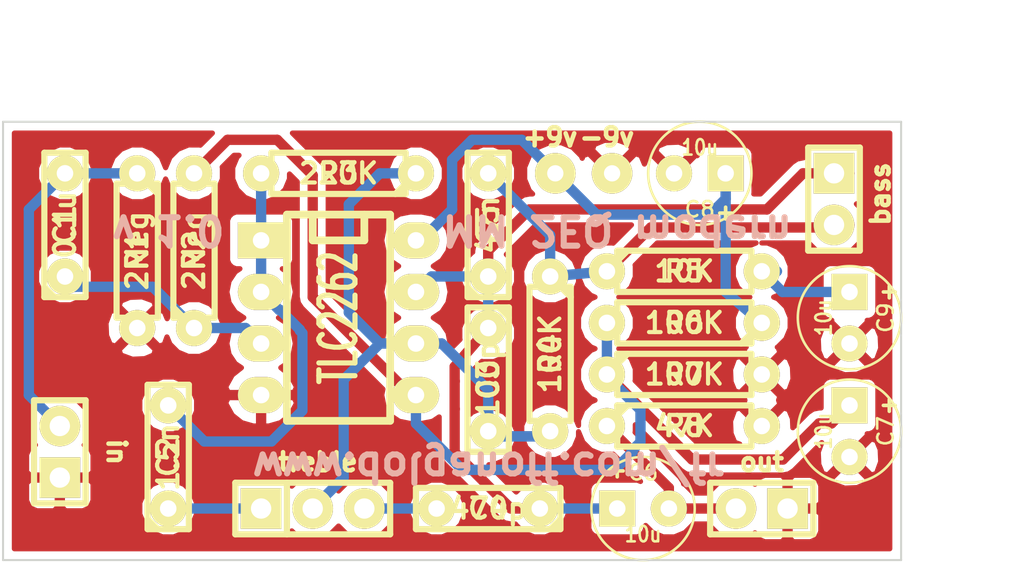
<source format=kicad_pcb>
(kicad_pcb (version 4) (host pcbnew "(2014-09-19 BZR 5142)-product")

  (general
    (links 40)
    (no_connects 0)
    (area 126.441999 42.621999 170.738001 64.312001)
    (thickness 1.6)
    (drawings 16)
    (tracks 109)
    (zones 0)
    (modules 24)
    (nets 14)
  )

  (page A4)
  (layers
    (0 F.Cu signal)
    (31 B.Cu signal)
    (32 B.Adhes user)
    (33 F.Adhes user)
    (34 B.Paste user hide)
    (35 F.Paste user hide)
    (36 B.SilkS user)
    (37 F.SilkS user)
    (38 B.Mask user)
    (39 F.Mask user)
    (40 Dwgs.User user)
    (41 Cmts.User user hide)
    (42 Eco1.User user hide)
    (43 Eco2.User user hide)
    (44 Edge.Cuts user)
    (45 Margin user hide)
    (46 B.CrtYd user hide)
    (47 F.CrtYd user hide)
    (48 B.Fab user hide)
    (49 F.Fab user hide)
  )

  (setup
    (last_trace_width 0.508)
    (trace_clearance 0.381)
    (zone_clearance 0.381)
    (zone_45_only no)
    (trace_min 0.254)
    (segment_width 0.2)
    (edge_width 0.1)
    (via_size 0.889)
    (via_drill 0.635)
    (via_min_size 0.889)
    (via_min_drill 0.508)
    (uvia_size 0.508)
    (uvia_drill 0.127)
    (uvias_allowed no)
    (uvia_min_size 0.508)
    (uvia_min_drill 0.127)
    (pcb_text_width 0.3)
    (pcb_text_size 1.5 1.5)
    (mod_edge_width 0.15)
    (mod_text_size 1 1)
    (mod_text_width 0.15)
    (pad_size 1.5 1.5)
    (pad_drill 0.6)
    (pad_to_mask_clearance 0)
    (aux_axis_origin 0 0)
    (visible_elements 7FFEFF7F)
    (pcbplotparams
      (layerselection 0x00020_00000000)
      (usegerberextensions false)
      (excludeedgelayer false)
      (linewidth 0.100000)
      (plotframeref false)
      (viasonmask false)
      (mode 1)
      (useauxorigin false)
      (hpglpennumber 1)
      (hpglpenspeed 20)
      (hpglpendiameter 15)
      (hpglpenoverlay 2)
      (psnegative false)
      (psa4output false)
      (plotreference true)
      (plotvalue false)
      (plotinvisibletext false)
      (padsonsilk true)
      (subtractmaskfromsilk false)
      (outputformat 4)
      (mirror false)
      (drillshape 2)
      (scaleselection 1)
      (outputdirectory ""))
  )

  (net 0 "")
  (net 1 "Net-(C1-Pad1)")
  (net 2 "Net-(C3-Pad1)")
  (net 3 "Net-(C3-Pad2)")
  (net 4 "Net-(C5-Pad2)")
  (net 5 ref)
  (net 6 GND)
  (net 7 +9V)
  (net 8 "Net-(C9-Pad1)")
  (net 9 "Net-(C1-Pad2)")
  (net 10 "Net-(C2-Pad1)")
  (net 11 "Net-(C4-Pad2)")
  (net 12 "Net-(C6-Pad2)")
  (net 13 "Net-(C2-Pad2)")

  (net_class Default "This is the default net class."
    (clearance 0.381)
    (trace_width 0.508)
    (via_dia 0.889)
    (via_drill 0.635)
    (uvia_dia 0.508)
    (uvia_drill 0.127)
    (add_net +9V)
    (add_net GND)
    (add_net "Net-(C1-Pad1)")
    (add_net "Net-(C1-Pad2)")
    (add_net "Net-(C2-Pad1)")
    (add_net "Net-(C2-Pad2)")
    (add_net "Net-(C3-Pad1)")
    (add_net "Net-(C3-Pad2)")
    (add_net "Net-(C4-Pad2)")
    (add_net "Net-(C5-Pad2)")
    (add_net "Net-(C6-Pad2)")
    (add_net "Net-(C9-Pad1)")
    (add_net ref)
  )

  (module Custom:R3-LARGE_PADS (layer F.Cu) (tedit 544816C3) (tstamp 547B5DAC)
    (at 160.02 57.658)
    (descr "Resitance 3 pas")
    (tags R)
    (path /547CA090)
    (autoplace_cost180 10)
    (fp_text reference R8 (at 0 0) (layer F.SilkS)
      (effects (font (size 1 1) (thickness 0.2032)))
    )
    (fp_text value 47K (at 0 0) (layer F.SilkS)
      (effects (font (size 1 1) (thickness 0.2032)))
    )
    (fp_line (start -3.81 0) (end -3.302 0) (layer F.SilkS) (width 0.3048))
    (fp_line (start 3.81 0) (end 3.302 0) (layer F.SilkS) (width 0.3048))
    (fp_line (start 3.302 0) (end 3.302 -1.016) (layer F.SilkS) (width 0.3048))
    (fp_line (start 3.302 -1.016) (end -3.302 -1.016) (layer F.SilkS) (width 0.3048))
    (fp_line (start -3.302 -1.016) (end -3.302 1.016) (layer F.SilkS) (width 0.3048))
    (fp_line (start -3.302 1.016) (end 3.302 1.016) (layer F.SilkS) (width 0.3048))
    (fp_line (start 3.302 1.016) (end 3.302 0) (layer F.SilkS) (width 0.3048))
    (fp_line (start -3.302 -0.508) (end -2.794 -1.016) (layer F.SilkS) (width 0.3048))
    (pad 1 thru_hole circle (at -3.81 0) (size 1.778 1.778) (drill 0.8128) (layers *.Cu *.Mask F.SilkS)
      (net 12 "Net-(C6-Pad2)"))
    (pad 2 thru_hole circle (at 3.81 0) (size 1.778 1.778) (drill 0.8128) (layers *.Cu *.Mask F.SilkS)
      (net 6 GND))
    (model discret/resistor.wrl
      (at (xyz 0 0 0))
      (scale (xyz 0.3 0.3 0.3))
      (rotate (xyz 0 0 0))
    )
  )

  (module Custom:R3-LARGE_PADS (layer F.Cu) (tedit 544816C3) (tstamp 547B50E7)
    (at 160.02 55.118)
    (descr "Resitance 3 pas")
    (tags R)
    (path /5449C50F)
    (autoplace_cost180 10)
    (fp_text reference R7 (at 0 0) (layer F.SilkS)
      (effects (font (size 1 1) (thickness 0.2032)))
    )
    (fp_text value 100K (at 0 0) (layer F.SilkS)
      (effects (font (size 1 1) (thickness 0.2032)))
    )
    (fp_line (start -3.81 0) (end -3.302 0) (layer F.SilkS) (width 0.3048))
    (fp_line (start 3.81 0) (end 3.302 0) (layer F.SilkS) (width 0.3048))
    (fp_line (start 3.302 0) (end 3.302 -1.016) (layer F.SilkS) (width 0.3048))
    (fp_line (start 3.302 -1.016) (end -3.302 -1.016) (layer F.SilkS) (width 0.3048))
    (fp_line (start -3.302 -1.016) (end -3.302 1.016) (layer F.SilkS) (width 0.3048))
    (fp_line (start -3.302 1.016) (end 3.302 1.016) (layer F.SilkS) (width 0.3048))
    (fp_line (start 3.302 1.016) (end 3.302 0) (layer F.SilkS) (width 0.3048))
    (fp_line (start -3.302 -0.508) (end -2.794 -1.016) (layer F.SilkS) (width 0.3048))
    (pad 1 thru_hole circle (at -3.81 0) (size 1.778 1.778) (drill 0.8128) (layers *.Cu *.Mask F.SilkS)
      (net 5 ref))
    (pad 2 thru_hole circle (at 3.81 0) (size 1.778 1.778) (drill 0.8128) (layers *.Cu *.Mask F.SilkS)
      (net 6 GND))
    (model discret/resistor.wrl
      (at (xyz 0 0 0))
      (scale (xyz 0.3 0.3 0.3))
      (rotate (xyz 0 0 0))
    )
  )

  (module Wire_Pads:SolderWirePad_single_0-8mmDrill (layer F.Cu) (tedit 547B888B) (tstamp 547B50ED)
    (at 156.464 45.212)
    (path /5449D96D)
    (fp_text reference P10 (at 4.826 -4.572) (layer F.SilkS) hide
      (effects (font (thickness 0.3048)))
    )
    (fp_text value Gnd (at 0 2.54) (layer F.SilkS) hide
      (effects (font (size 1.50114 1.50114) (thickness 0.20066)))
    )
    (pad 1 thru_hole circle (at 0 0) (size 1.99898 1.99898) (drill 0.8001) (layers *.Cu *.Mask F.SilkS)
      (net 6 GND))
  )

  (module Custom:SIL-2-LARGE_PADS (layer F.Cu) (tedit 547B88F3) (tstamp 547B5094)
    (at 163.83 61.722 180)
    (descr "Connecteurs 2 pins")
    (tags "CONN DEV")
    (path /547C2506)
    (fp_text reference P4 (at 0 -2.54 180) (layer F.SilkS) hide
      (effects (font (size 1.016 1.016) (thickness 0.254)))
    )
    (fp_text value Out (at 0 -2.54 180) (layer F.SilkS) hide
      (effects (font (size 1.016 1.016) (thickness 0.254)))
    )
    (fp_line (start -2.54 1.27) (end -2.54 -1.27) (layer F.SilkS) (width 0.3048))
    (fp_line (start -2.54 -1.27) (end 2.54 -1.27) (layer F.SilkS) (width 0.3048))
    (fp_line (start 2.54 -1.27) (end 2.54 1.27) (layer F.SilkS) (width 0.3048))
    (fp_line (start 2.54 1.27) (end -2.54 1.27) (layer F.SilkS) (width 0.3048))
    (pad 1 thru_hole rect (at -1.27 0 180) (size 2 2) (drill 1) (layers *.Cu *.Mask F.SilkS)
      (net 6 GND))
    (pad 2 thru_hole circle (at 1.27 0 180) (size 2 2) (drill 1) (layers *.Cu *.Mask F.SilkS)
      (net 12 "Net-(C6-Pad2)"))
  )

  (module Custom:SIL-2-LARGE_PADS (layer F.Cu) (tedit 547B89A1) (tstamp 547B50F4)
    (at 167.386 46.482 270)
    (descr "Connecteurs 2 pins")
    (tags "CONN DEV")
    (path /547C2B22)
    (fp_text reference P3 (at 0 -2.54 270) (layer F.SilkS) hide
      (effects (font (size 1.016 1.016) (thickness 0.254)))
    )
    (fp_text value Low (at 0 -2.54 270) (layer F.SilkS) hide
      (effects (font (size 1.016 1.016) (thickness 0.254)))
    )
    (fp_line (start -2.54 1.27) (end -2.54 -1.27) (layer F.SilkS) (width 0.3048))
    (fp_line (start -2.54 -1.27) (end 2.54 -1.27) (layer F.SilkS) (width 0.3048))
    (fp_line (start 2.54 -1.27) (end 2.54 1.27) (layer F.SilkS) (width 0.3048))
    (fp_line (start 2.54 1.27) (end -2.54 1.27) (layer F.SilkS) (width 0.3048))
    (pad 1 thru_hole rect (at -1.27 0 270) (size 2 2) (drill 1) (layers *.Cu *.Mask F.SilkS)
      (net 2 "Net-(C3-Pad1)"))
    (pad 2 thru_hole circle (at 1.27 0 270) (size 2 2) (drill 1) (layers *.Cu *.Mask F.SilkS)
      (net 4 "Net-(C5-Pad2)"))
  )

  (module Custom:SIL-3-LARGE_PADS (layer F.Cu) (tedit 547B8929) (tstamp 547B50FC)
    (at 141.732 61.722)
    (descr "Connecteur 3 pins")
    (tags "CONN DEV")
    (path /547C4BCD)
    (fp_text reference P2 (at 0 -2.54) (layer F.SilkS) hide
      (effects (font (size 1.016 1.016) (thickness 0.254)))
    )
    (fp_text value High (at 0 -2.54) (layer F.SilkS) hide
      (effects (font (size 1.016 1.016) (thickness 0.254)))
    )
    (fp_line (start -3.81 1.27) (end -3.81 -1.27) (layer F.SilkS) (width 0.3048))
    (fp_line (start -3.81 -1.27) (end 3.81 -1.27) (layer F.SilkS) (width 0.3048))
    (fp_line (start 3.81 -1.27) (end 3.81 1.27) (layer F.SilkS) (width 0.3048))
    (fp_line (start 3.81 1.27) (end -3.81 1.27) (layer F.SilkS) (width 0.3048))
    (fp_line (start -1.27 -1.27) (end -1.27 1.27) (layer F.SilkS) (width 0.3048))
    (pad 1 thru_hole rect (at -2.54 0) (size 2 2) (drill 1) (layers *.Cu *.Mask F.SilkS)
      (net 10 "Net-(C2-Pad1)"))
    (pad 2 thru_hole circle (at 0 0) (size 2 2) (drill 1) (layers *.Cu *.Mask F.SilkS)
      (net 3 "Net-(C3-Pad2)"))
    (pad 3 thru_hole circle (at 2.54 0) (size 2 2) (drill 1) (layers *.Cu *.Mask F.SilkS)
      (net 11 "Net-(C4-Pad2)"))
  )

  (module Custom:SIL-2-LARGE_PADS (layer F.Cu) (tedit 547B896C) (tstamp 547B5103)
    (at 129.286 58.928 90)
    (descr "Connecteurs 2 pins")
    (tags "CONN DEV")
    (path /547C07DC)
    (fp_text reference P1 (at 0 -2.54 90) (layer F.SilkS) hide
      (effects (font (size 1.016 1.016) (thickness 0.254)))
    )
    (fp_text value In (at 0 -2.54 90) (layer F.SilkS) hide
      (effects (font (size 1.016 1.016) (thickness 0.254)))
    )
    (fp_line (start -2.54 1.27) (end -2.54 -1.27) (layer F.SilkS) (width 0.3048))
    (fp_line (start -2.54 -1.27) (end 2.54 -1.27) (layer F.SilkS) (width 0.3048))
    (fp_line (start 2.54 -1.27) (end 2.54 1.27) (layer F.SilkS) (width 0.3048))
    (fp_line (start 2.54 1.27) (end -2.54 1.27) (layer F.SilkS) (width 0.3048))
    (pad 1 thru_hole rect (at -1.27 0 90) (size 2 2) (drill 1) (layers *.Cu *.Mask F.SilkS)
      (net 6 GND))
    (pad 2 thru_hole circle (at 1.27 0 90) (size 2 2) (drill 1) (layers *.Cu *.Mask F.SilkS)
      (net 9 "Net-(C1-Pad2)"))
  )

  (module Custom:C2-LARGE_PADS (layer F.Cu) (tedit 544816E5) (tstamp 547B507F)
    (at 129.54 47.752 90)
    (descr "Condensateur = 2 pas")
    (tags C)
    (path /547B986F)
    (fp_text reference C1 (at 0 0 90) (layer F.SilkS)
      (effects (font (size 1 1) (thickness 0.2032)))
    )
    (fp_text value 0.1u (at 0 0 90) (layer F.SilkS)
      (effects (font (size 1 1) (thickness 0.2032)))
    )
    (fp_line (start -3.556 -1.016) (end 3.556 -1.016) (layer F.SilkS) (width 0.3048))
    (fp_line (start 3.556 -1.016) (end 3.556 1.016) (layer F.SilkS) (width 0.3048))
    (fp_line (start 3.556 1.016) (end -3.556 1.016) (layer F.SilkS) (width 0.3048))
    (fp_line (start -3.556 1.016) (end -3.556 -1.016) (layer F.SilkS) (width 0.3048))
    (fp_line (start -3.556 -0.508) (end -3.048 -1.016) (layer F.SilkS) (width 0.3048))
    (pad 1 thru_hole circle (at -2.54 0 90) (size 1.778 1.778) (drill 0.8128) (layers *.Cu *.Mask F.SilkS)
      (net 1 "Net-(C1-Pad1)"))
    (pad 2 thru_hole circle (at 2.54 0 90) (size 1.778 1.778) (drill 0.8128) (layers *.Cu *.Mask F.SilkS)
      (net 9 "Net-(C1-Pad2)"))
    (model discret/capa_2pas_5x5mm.wrl
      (at (xyz 0 0 0))
      (scale (xyz 1 1 1))
      (rotate (xyz 0 0 0))
    )
  )

  (module Wire_Pads:SolderWirePad_single_0-8mmDrill (layer F.Cu) (tedit 547B8887) (tstamp 544A4F8E)
    (at 153.67 45.212)
    (path /5449D063)
    (fp_text reference P9 (at 2.54 -5.588) (layer F.SilkS) hide
      (effects (font (thickness 0.3048)))
    )
    (fp_text value +9V (at 0 2.54) (layer F.SilkS) hide
      (effects (font (size 1.50114 1.50114) (thickness 0.20066)))
    )
    (pad 1 thru_hole circle (at 0 0) (size 1.99898 1.99898) (drill 0.8001) (layers *.Cu *.Mask F.SilkS)
      (net 7 +9V))
  )

  (module Custom:DIP-8_LARGE_PADS (layer F.Cu) (tedit 547B8AA6) (tstamp 544983A6)
    (at 143.002 52.324 270)
    (descr "8 pins DIL package, elliptical pads")
    (tags DIL)
    (path /547B4B00)
    (fp_text reference U1 (at -6.35 0 360) (layer F.SilkS) hide
      (effects (font (size 1.778 1.143) (thickness 0.28575)))
    )
    (fp_text value TLC2262 (at 0 0 270) (layer F.SilkS)
      (effects (font (size 1.778 1.016) (thickness 0.3048)))
    )
    (fp_line (start -5.08 -1.27) (end -3.81 -1.27) (layer F.SilkS) (width 0.381))
    (fp_line (start -3.81 -1.27) (end -3.81 1.27) (layer F.SilkS) (width 0.381))
    (fp_line (start -3.81 1.27) (end -5.08 1.27) (layer F.SilkS) (width 0.381))
    (fp_line (start -5.08 -2.54) (end 5.08 -2.54) (layer F.SilkS) (width 0.381))
    (fp_line (start 5.08 -2.54) (end 5.08 2.54) (layer F.SilkS) (width 0.381))
    (fp_line (start 5.08 2.54) (end -5.08 2.54) (layer F.SilkS) (width 0.381))
    (fp_line (start -5.08 2.54) (end -5.08 -2.54) (layer F.SilkS) (width 0.381))
    (pad 1 thru_hole rect (at -3.81 3.81 270) (size 1.778 2.286) (drill 0.8128) (layers *.Cu *.Mask F.SilkS)
      (net 13 "Net-(C2-Pad2)"))
    (pad 2 thru_hole oval (at -1.27 3.81 270) (size 1.778 2.286) (drill 0.8128) (layers *.Cu *.Mask F.SilkS)
      (net 13 "Net-(C2-Pad2)"))
    (pad 3 thru_hole oval (at 1.27 3.81 270) (size 1.778 2.286) (drill 0.8128) (layers *.Cu *.Mask F.SilkS)
      (net 1 "Net-(C1-Pad1)"))
    (pad 4 thru_hole oval (at 3.81 3.81 270) (size 1.778 2.286) (drill 0.8128) (layers *.Cu *.Mask F.SilkS)
      (net 6 GND))
    (pad 5 thru_hole oval (at 3.81 -3.81 270) (size 1.778 2.286) (drill 0.8128) (layers *.Cu *.Mask F.SilkS)
      (net 5 ref))
    (pad 6 thru_hole oval (at 1.27 -3.81 270) (size 1.778 2.286) (drill 0.8128) (layers *.Cu *.Mask F.SilkS)
      (net 3 "Net-(C3-Pad2)"))
    (pad 7 thru_hole oval (at -1.27 -3.81 270) (size 1.778 2.286) (drill 0.8128) (layers *.Cu *.Mask F.SilkS)
      (net 2 "Net-(C3-Pad1)"))
    (pad 8 thru_hole oval (at -3.81 -3.81 270) (size 1.778 2.286) (drill 0.8128) (layers *.Cu *.Mask F.SilkS)
      (net 7 +9V))
    (model dil/dil_8.wrl
      (at (xyz 0 0 0))
      (scale (xyz 1 1 1))
      (rotate (xyz 0 0 0))
    )
  )

  (module Custom:R3-LARGE_PADS (layer F.Cu) (tedit 544816C3) (tstamp 5449839A)
    (at 160.02 52.578 180)
    (descr "Resitance 3 pas")
    (tags R)
    (path /5449C4D1)
    (autoplace_cost180 10)
    (fp_text reference R6 (at 0 0 180) (layer F.SilkS)
      (effects (font (size 1 1) (thickness 0.2032)))
    )
    (fp_text value 100K (at 0 0 180) (layer F.SilkS)
      (effects (font (size 1 1) (thickness 0.2032)))
    )
    (fp_line (start -3.81 0) (end -3.302 0) (layer F.SilkS) (width 0.3048))
    (fp_line (start 3.81 0) (end 3.302 0) (layer F.SilkS) (width 0.3048))
    (fp_line (start 3.302 0) (end 3.302 -1.016) (layer F.SilkS) (width 0.3048))
    (fp_line (start 3.302 -1.016) (end -3.302 -1.016) (layer F.SilkS) (width 0.3048))
    (fp_line (start -3.302 -1.016) (end -3.302 1.016) (layer F.SilkS) (width 0.3048))
    (fp_line (start -3.302 1.016) (end 3.302 1.016) (layer F.SilkS) (width 0.3048))
    (fp_line (start 3.302 1.016) (end 3.302 0) (layer F.SilkS) (width 0.3048))
    (fp_line (start -3.302 -0.508) (end -2.794 -1.016) (layer F.SilkS) (width 0.3048))
    (pad 1 thru_hole circle (at -3.81 0 180) (size 1.778 1.778) (drill 0.8128) (layers *.Cu *.Mask F.SilkS)
      (net 7 +9V))
    (pad 2 thru_hole circle (at 3.81 0 180) (size 1.778 1.778) (drill 0.8128) (layers *.Cu *.Mask F.SilkS)
      (net 5 ref))
    (model discret/resistor.wrl
      (at (xyz 0 0 0))
      (scale (xyz 0.3 0.3 0.3))
      (rotate (xyz 0 0 0))
    )
  )

  (module Custom:R3-LARGE_PADS (layer F.Cu) (tedit 544816C3) (tstamp 54498394)
    (at 160.02 50.038)
    (descr "Resitance 3 pas")
    (tags R)
    (path /54497A94)
    (autoplace_cost180 10)
    (fp_text reference R5 (at 0 0) (layer F.SilkS)
      (effects (font (size 1 1) (thickness 0.2032)))
    )
    (fp_text value 10K (at 0 0) (layer F.SilkS)
      (effects (font (size 1 1) (thickness 0.2032)))
    )
    (fp_line (start -3.81 0) (end -3.302 0) (layer F.SilkS) (width 0.3048))
    (fp_line (start 3.81 0) (end 3.302 0) (layer F.SilkS) (width 0.3048))
    (fp_line (start 3.302 0) (end 3.302 -1.016) (layer F.SilkS) (width 0.3048))
    (fp_line (start 3.302 -1.016) (end -3.302 -1.016) (layer F.SilkS) (width 0.3048))
    (fp_line (start -3.302 -1.016) (end -3.302 1.016) (layer F.SilkS) (width 0.3048))
    (fp_line (start -3.302 1.016) (end 3.302 1.016) (layer F.SilkS) (width 0.3048))
    (fp_line (start 3.302 1.016) (end 3.302 0) (layer F.SilkS) (width 0.3048))
    (fp_line (start -3.302 -0.508) (end -2.794 -1.016) (layer F.SilkS) (width 0.3048))
    (pad 1 thru_hole circle (at -3.81 0) (size 1.778 1.778) (drill 0.8128) (layers *.Cu *.Mask F.SilkS)
      (net 4 "Net-(C5-Pad2)"))
    (pad 2 thru_hole circle (at 3.81 0) (size 1.778 1.778) (drill 0.8128) (layers *.Cu *.Mask F.SilkS)
      (net 8 "Net-(C9-Pad1)"))
    (model discret/resistor.wrl
      (at (xyz 0 0 0))
      (scale (xyz 0.3 0.3 0.3))
      (rotate (xyz 0 0 0))
    )
  )

  (module Custom:R3-LARGE_PADS (layer F.Cu) (tedit 544816C3) (tstamp 5449838E)
    (at 153.416 54.102 270)
    (descr "Resitance 3 pas")
    (tags R)
    (path /544977F3)
    (autoplace_cost180 10)
    (fp_text reference R4 (at 0 0 270) (layer F.SilkS)
      (effects (font (size 1 1) (thickness 0.2032)))
    )
    (fp_text value 100K (at 0 0 270) (layer F.SilkS)
      (effects (font (size 1 1) (thickness 0.2032)))
    )
    (fp_line (start -3.81 0) (end -3.302 0) (layer F.SilkS) (width 0.3048))
    (fp_line (start 3.81 0) (end 3.302 0) (layer F.SilkS) (width 0.3048))
    (fp_line (start 3.302 0) (end 3.302 -1.016) (layer F.SilkS) (width 0.3048))
    (fp_line (start 3.302 -1.016) (end -3.302 -1.016) (layer F.SilkS) (width 0.3048))
    (fp_line (start -3.302 -1.016) (end -3.302 1.016) (layer F.SilkS) (width 0.3048))
    (fp_line (start -3.302 1.016) (end 3.302 1.016) (layer F.SilkS) (width 0.3048))
    (fp_line (start 3.302 1.016) (end 3.302 0) (layer F.SilkS) (width 0.3048))
    (fp_line (start -3.302 -0.508) (end -2.794 -1.016) (layer F.SilkS) (width 0.3048))
    (pad 1 thru_hole circle (at -3.81 0 270) (size 1.778 1.778) (drill 0.8128) (layers *.Cu *.Mask F.SilkS)
      (net 4 "Net-(C5-Pad2)"))
    (pad 2 thru_hole circle (at 3.81 0 270) (size 1.778 1.778) (drill 0.8128) (layers *.Cu *.Mask F.SilkS)
      (net 3 "Net-(C3-Pad2)"))
    (model discret/resistor.wrl
      (at (xyz 0 0 0))
      (scale (xyz 0.3 0.3 0.3))
      (rotate (xyz 0 0 0))
    )
  )

  (module Custom:R3-LARGE_PADS (layer F.Cu) (tedit 544816C3) (tstamp 54498388)
    (at 143.002 45.212 180)
    (descr "Resitance 3 pas")
    (tags R)
    (path /54496D20)
    (autoplace_cost180 10)
    (fp_text reference R3 (at 0 0 180) (layer F.SilkS)
      (effects (font (size 1 1) (thickness 0.2032)))
    )
    (fp_text value 220K (at 0 0 180) (layer F.SilkS)
      (effects (font (size 1 1) (thickness 0.2032)))
    )
    (fp_line (start -3.81 0) (end -3.302 0) (layer F.SilkS) (width 0.3048))
    (fp_line (start 3.81 0) (end 3.302 0) (layer F.SilkS) (width 0.3048))
    (fp_line (start 3.302 0) (end 3.302 -1.016) (layer F.SilkS) (width 0.3048))
    (fp_line (start 3.302 -1.016) (end -3.302 -1.016) (layer F.SilkS) (width 0.3048))
    (fp_line (start -3.302 -1.016) (end -3.302 1.016) (layer F.SilkS) (width 0.3048))
    (fp_line (start -3.302 1.016) (end 3.302 1.016) (layer F.SilkS) (width 0.3048))
    (fp_line (start 3.302 1.016) (end 3.302 0) (layer F.SilkS) (width 0.3048))
    (fp_line (start -3.302 -0.508) (end -2.794 -1.016) (layer F.SilkS) (width 0.3048))
    (pad 1 thru_hole circle (at -3.81 0 180) (size 1.778 1.778) (drill 0.8128) (layers *.Cu *.Mask F.SilkS)
      (net 3 "Net-(C3-Pad2)"))
    (pad 2 thru_hole circle (at 3.81 0 180) (size 1.778 1.778) (drill 0.8128) (layers *.Cu *.Mask F.SilkS)
      (net 13 "Net-(C2-Pad2)"))
    (model discret/resistor.wrl
      (at (xyz 0 0 0))
      (scale (xyz 0.3 0.3 0.3))
      (rotate (xyz 0 0 0))
    )
  )

  (module Custom:R3-LARGE_PADS (layer F.Cu) (tedit 544816C3) (tstamp 54498382)
    (at 135.89 49.022 90)
    (descr "Resitance 3 pas")
    (tags R)
    (path /547B91BA)
    (autoplace_cost180 10)
    (fp_text reference R2 (at 0 0 90) (layer F.SilkS)
      (effects (font (size 1 1) (thickness 0.2032)))
    )
    (fp_text value 2Meg (at 0 0 90) (layer F.SilkS)
      (effects (font (size 1 1) (thickness 0.2032)))
    )
    (fp_line (start -3.81 0) (end -3.302 0) (layer F.SilkS) (width 0.3048))
    (fp_line (start 3.81 0) (end 3.302 0) (layer F.SilkS) (width 0.3048))
    (fp_line (start 3.302 0) (end 3.302 -1.016) (layer F.SilkS) (width 0.3048))
    (fp_line (start 3.302 -1.016) (end -3.302 -1.016) (layer F.SilkS) (width 0.3048))
    (fp_line (start -3.302 -1.016) (end -3.302 1.016) (layer F.SilkS) (width 0.3048))
    (fp_line (start -3.302 1.016) (end 3.302 1.016) (layer F.SilkS) (width 0.3048))
    (fp_line (start 3.302 1.016) (end 3.302 0) (layer F.SilkS) (width 0.3048))
    (fp_line (start -3.302 -0.508) (end -2.794 -1.016) (layer F.SilkS) (width 0.3048))
    (pad 1 thru_hole circle (at -3.81 0 90) (size 1.778 1.778) (drill 0.8128) (layers *.Cu *.Mask F.SilkS)
      (net 1 "Net-(C1-Pad1)"))
    (pad 2 thru_hole circle (at 3.81 0 90) (size 1.778 1.778) (drill 0.8128) (layers *.Cu *.Mask F.SilkS)
      (net 5 ref))
    (model discret/resistor.wrl
      (at (xyz 0 0 0))
      (scale (xyz 0.3 0.3 0.3))
      (rotate (xyz 0 0 0))
    )
  )

  (module Custom:R3-LARGE_PADS (layer F.Cu) (tedit 544816C3) (tstamp 5449837C)
    (at 133.096 49.022 270)
    (descr "Resitance 3 pas")
    (tags R)
    (path /547B991E)
    (autoplace_cost180 10)
    (fp_text reference R1 (at 0 0 270) (layer F.SilkS)
      (effects (font (size 1 1) (thickness 0.2032)))
    )
    (fp_text value 2Meg (at 0 0 270) (layer F.SilkS)
      (effects (font (size 1 1) (thickness 0.2032)))
    )
    (fp_line (start -3.81 0) (end -3.302 0) (layer F.SilkS) (width 0.3048))
    (fp_line (start 3.81 0) (end 3.302 0) (layer F.SilkS) (width 0.3048))
    (fp_line (start 3.302 0) (end 3.302 -1.016) (layer F.SilkS) (width 0.3048))
    (fp_line (start 3.302 -1.016) (end -3.302 -1.016) (layer F.SilkS) (width 0.3048))
    (fp_line (start -3.302 -1.016) (end -3.302 1.016) (layer F.SilkS) (width 0.3048))
    (fp_line (start -3.302 1.016) (end 3.302 1.016) (layer F.SilkS) (width 0.3048))
    (fp_line (start 3.302 1.016) (end 3.302 0) (layer F.SilkS) (width 0.3048))
    (fp_line (start -3.302 -0.508) (end -2.794 -1.016) (layer F.SilkS) (width 0.3048))
    (pad 1 thru_hole circle (at -3.81 0 270) (size 1.778 1.778) (drill 0.8128) (layers *.Cu *.Mask F.SilkS)
      (net 9 "Net-(C1-Pad2)"))
    (pad 2 thru_hole circle (at 3.81 0 270) (size 1.778 1.778) (drill 0.8128) (layers *.Cu *.Mask F.SilkS)
      (net 6 GND))
    (model discret/resistor.wrl
      (at (xyz 0 0 0))
      (scale (xyz 0.3 0.3 0.3))
      (rotate (xyz 0 0 0))
    )
  )

  (module Custom:C1V5-LARGE_PADS (layer F.Cu) (tedit 545FB66B) (tstamp 54498376)
    (at 168.148 52.324 270)
    (descr "Condensateur e = 1 pas")
    (tags C)
    (path /54497AD6)
    (fp_text reference C9 (at 0 -1.778 270) (layer F.SilkS)
      (effects (font (size 0.762 0.762) (thickness 0.127)))
    )
    (fp_text value 10u (at 0 1.27 270) (layer F.SilkS)
      (effects (font (size 0.762 0.635) (thickness 0.127)))
    )
    (fp_text user + (at -1.27 -1.905 270) (layer F.SilkS)
      (effects (font (size 0.762 0.762) (thickness 0.1778)))
    )
    (fp_circle (center 0 0) (end 0.127 -2.54) (layer F.SilkS) (width 0.127))
    (pad 1 thru_hole rect (at -1.27 0 270) (size 1.778 1.778) (drill 0.8128) (layers *.Cu *.Mask F.SilkS)
      (net 8 "Net-(C9-Pad1)"))
    (pad 2 thru_hole circle (at 1.27 0 270) (size 1.778 1.778) (drill 0.8128) (layers *.Cu *.Mask F.SilkS)
      (net 6 GND))
    (model discret/c_vert_c1v5.wrl
      (at (xyz 0 0 0))
      (scale (xyz 1 1 1))
      (rotate (xyz 0 0 0))
    )
  )

  (module Custom:C1V5-LARGE_PADS (layer F.Cu) (tedit 545FB66B) (tstamp 54498370)
    (at 160.782 45.212 180)
    (descr "Condensateur e = 1 pas")
    (tags C)
    (path /5449C586)
    (fp_text reference C8 (at 0 -1.778 180) (layer F.SilkS)
      (effects (font (size 0.762 0.762) (thickness 0.127)))
    )
    (fp_text value 10u (at 0 1.27 180) (layer F.SilkS)
      (effects (font (size 0.762 0.635) (thickness 0.127)))
    )
    (fp_text user + (at -1.27 -1.905 180) (layer F.SilkS)
      (effects (font (size 0.762 0.762) (thickness 0.1778)))
    )
    (fp_circle (center 0 0) (end 0.127 -2.54) (layer F.SilkS) (width 0.127))
    (pad 1 thru_hole rect (at -1.27 0 180) (size 1.778 1.778) (drill 0.8128) (layers *.Cu *.Mask F.SilkS)
      (net 7 +9V))
    (pad 2 thru_hole circle (at 1.27 0 180) (size 1.778 1.778) (drill 0.8128) (layers *.Cu *.Mask F.SilkS)
      (net 6 GND))
    (model discret/c_vert_c1v5.wrl
      (at (xyz 0 0 0))
      (scale (xyz 1 1 1))
      (rotate (xyz 0 0 0))
    )
  )

  (module Custom:C1V5-LARGE_PADS (layer F.Cu) (tedit 545FB66B) (tstamp 547B5116)
    (at 168.148 57.912 270)
    (descr "Condensateur e = 1 pas")
    (tags C)
    (path /5449C54A)
    (fp_text reference C7 (at 0 -1.778 270) (layer F.SilkS)
      (effects (font (size 0.762 0.762) (thickness 0.127)))
    )
    (fp_text value 10u (at 0 1.27 270) (layer F.SilkS)
      (effects (font (size 0.762 0.635) (thickness 0.127)))
    )
    (fp_text user + (at -1.27 -1.905 270) (layer F.SilkS)
      (effects (font (size 0.762 0.762) (thickness 0.1778)))
    )
    (fp_circle (center 0 0) (end 0.127 -2.54) (layer F.SilkS) (width 0.127))
    (pad 1 thru_hole rect (at -1.27 0 270) (size 1.778 1.778) (drill 0.8128) (layers *.Cu *.Mask F.SilkS)
      (net 5 ref))
    (pad 2 thru_hole circle (at 1.27 0 270) (size 1.778 1.778) (drill 0.8128) (layers *.Cu *.Mask F.SilkS)
      (net 6 GND))
    (model discret/c_vert_c1v5.wrl
      (at (xyz 0 0 0))
      (scale (xyz 1 1 1))
      (rotate (xyz 0 0 0))
    )
  )

  (module Custom:C1V5-LARGE_PADS (layer F.Cu) (tedit 545FB66B) (tstamp 54498364)
    (at 157.988 61.722)
    (descr "Condensateur e = 1 pas")
    (tags C)
    (path /54496FDD)
    (fp_text reference C6 (at 0 -1.778) (layer F.SilkS)
      (effects (font (size 0.762 0.762) (thickness 0.127)))
    )
    (fp_text value 10u (at 0 1.27) (layer F.SilkS)
      (effects (font (size 0.762 0.635) (thickness 0.127)))
    )
    (fp_text user + (at -1.27 -1.905) (layer F.SilkS)
      (effects (font (size 0.762 0.762) (thickness 0.1778)))
    )
    (fp_circle (center 0 0) (end 0.127 -2.54) (layer F.SilkS) (width 0.127))
    (pad 1 thru_hole rect (at -1.27 0) (size 1.778 1.778) (drill 0.8128) (layers *.Cu *.Mask F.SilkS)
      (net 2 "Net-(C3-Pad1)"))
    (pad 2 thru_hole circle (at 1.27 0) (size 1.778 1.778) (drill 0.8128) (layers *.Cu *.Mask F.SilkS)
      (net 12 "Net-(C6-Pad2)"))
    (model discret/c_vert_c1v5.wrl
      (at (xyz 0 0 0))
      (scale (xyz 1 1 1))
      (rotate (xyz 0 0 0))
    )
  )

  (module Custom:C2-LARGE_PADS (layer F.Cu) (tedit 544816E5) (tstamp 5449835E)
    (at 150.368 47.752 90)
    (descr "Condensateur = 2 pas")
    (tags C)
    (path /54496E83)
    (fp_text reference C5 (at 0 0 90) (layer F.SilkS)
      (effects (font (size 1 1) (thickness 0.2032)))
    )
    (fp_text value 47n (at 0 0 90) (layer F.SilkS)
      (effects (font (size 1 1) (thickness 0.2032)))
    )
    (fp_line (start -3.556 -1.016) (end 3.556 -1.016) (layer F.SilkS) (width 0.3048))
    (fp_line (start 3.556 -1.016) (end 3.556 1.016) (layer F.SilkS) (width 0.3048))
    (fp_line (start 3.556 1.016) (end -3.556 1.016) (layer F.SilkS) (width 0.3048))
    (fp_line (start -3.556 1.016) (end -3.556 -1.016) (layer F.SilkS) (width 0.3048))
    (fp_line (start -3.556 -0.508) (end -3.048 -1.016) (layer F.SilkS) (width 0.3048))
    (pad 1 thru_hole circle (at -2.54 0 90) (size 1.778 1.778) (drill 0.8128) (layers *.Cu *.Mask F.SilkS)
      (net 2 "Net-(C3-Pad1)"))
    (pad 2 thru_hole circle (at 2.54 0 90) (size 1.778 1.778) (drill 0.8128) (layers *.Cu *.Mask F.SilkS)
      (net 4 "Net-(C5-Pad2)"))
    (model discret/capa_2pas_5x5mm.wrl
      (at (xyz 0 0 0))
      (scale (xyz 1 1 1))
      (rotate (xyz 0 0 0))
    )
  )

  (module Custom:C2-LARGE_PADS (layer F.Cu) (tedit 544816E5) (tstamp 544A5383)
    (at 150.368 61.722 180)
    (descr "Condensateur = 2 pas")
    (tags C)
    (path /54496F42)
    (fp_text reference C4 (at 0 0 180) (layer F.SilkS)
      (effects (font (size 1 1) (thickness 0.2032)))
    )
    (fp_text value 470p (at 0 0 180) (layer F.SilkS)
      (effects (font (size 1 1) (thickness 0.2032)))
    )
    (fp_line (start -3.556 -1.016) (end 3.556 -1.016) (layer F.SilkS) (width 0.3048))
    (fp_line (start 3.556 -1.016) (end 3.556 1.016) (layer F.SilkS) (width 0.3048))
    (fp_line (start 3.556 1.016) (end -3.556 1.016) (layer F.SilkS) (width 0.3048))
    (fp_line (start -3.556 1.016) (end -3.556 -1.016) (layer F.SilkS) (width 0.3048))
    (fp_line (start -3.556 -0.508) (end -3.048 -1.016) (layer F.SilkS) (width 0.3048))
    (pad 1 thru_hole circle (at -2.54 0 180) (size 1.778 1.778) (drill 0.8128) (layers *.Cu *.Mask F.SilkS)
      (net 2 "Net-(C3-Pad1)"))
    (pad 2 thru_hole circle (at 2.54 0 180) (size 1.778 1.778) (drill 0.8128) (layers *.Cu *.Mask F.SilkS)
      (net 11 "Net-(C4-Pad2)"))
    (model discret/capa_2pas_5x5mm.wrl
      (at (xyz 0 0 0))
      (scale (xyz 1 1 1))
      (rotate (xyz 0 0 0))
    )
  )

  (module Custom:C2-LARGE_PADS (layer F.Cu) (tedit 544816E5) (tstamp 54498352)
    (at 150.368 55.372 270)
    (descr "Condensateur = 2 pas")
    (tags C)
    (path /54496DEE)
    (fp_text reference C3 (at 0 0 270) (layer F.SilkS)
      (effects (font (size 1 1) (thickness 0.2032)))
    )
    (fp_text value 100p (at 0 0 270) (layer F.SilkS)
      (effects (font (size 1 1) (thickness 0.2032)))
    )
    (fp_line (start -3.556 -1.016) (end 3.556 -1.016) (layer F.SilkS) (width 0.3048))
    (fp_line (start 3.556 -1.016) (end 3.556 1.016) (layer F.SilkS) (width 0.3048))
    (fp_line (start 3.556 1.016) (end -3.556 1.016) (layer F.SilkS) (width 0.3048))
    (fp_line (start -3.556 1.016) (end -3.556 -1.016) (layer F.SilkS) (width 0.3048))
    (fp_line (start -3.556 -0.508) (end -3.048 -1.016) (layer F.SilkS) (width 0.3048))
    (pad 1 thru_hole circle (at -2.54 0 270) (size 1.778 1.778) (drill 0.8128) (layers *.Cu *.Mask F.SilkS)
      (net 2 "Net-(C3-Pad1)"))
    (pad 2 thru_hole circle (at 2.54 0 270) (size 1.778 1.778) (drill 0.8128) (layers *.Cu *.Mask F.SilkS)
      (net 3 "Net-(C3-Pad2)"))
    (model discret/capa_2pas_5x5mm.wrl
      (at (xyz 0 0 0))
      (scale (xyz 1 1 1))
      (rotate (xyz 0 0 0))
    )
  )

  (module Custom:C2-LARGE_PADS (layer F.Cu) (tedit 544816E5) (tstamp 5449834C)
    (at 134.62 59.182 90)
    (descr "Condensateur = 2 pas")
    (tags C)
    (path /54496F0A)
    (fp_text reference C2 (at 0 0 90) (layer F.SilkS)
      (effects (font (size 1 1) (thickness 0.2032)))
    )
    (fp_text value 1.5n (at 0 0 90) (layer F.SilkS)
      (effects (font (size 1 1) (thickness 0.2032)))
    )
    (fp_line (start -3.556 -1.016) (end 3.556 -1.016) (layer F.SilkS) (width 0.3048))
    (fp_line (start 3.556 -1.016) (end 3.556 1.016) (layer F.SilkS) (width 0.3048))
    (fp_line (start 3.556 1.016) (end -3.556 1.016) (layer F.SilkS) (width 0.3048))
    (fp_line (start -3.556 1.016) (end -3.556 -1.016) (layer F.SilkS) (width 0.3048))
    (fp_line (start -3.556 -0.508) (end -3.048 -1.016) (layer F.SilkS) (width 0.3048))
    (pad 1 thru_hole circle (at -2.54 0 90) (size 1.778 1.778) (drill 0.8128) (layers *.Cu *.Mask F.SilkS)
      (net 10 "Net-(C2-Pad1)"))
    (pad 2 thru_hole circle (at 2.54 0 90) (size 1.778 1.778) (drill 0.8128) (layers *.Cu *.Mask F.SilkS)
      (net 13 "Net-(C2-Pad2)"))
    (model discret/capa_2pas_5x5mm.wrl
      (at (xyz 0 0 0))
      (scale (xyz 1 1 1))
      (rotate (xyz 0 0 0))
    )
  )

  (gr_text "v 1.0" (at 134.62 48.006 180) (layer B.SilkS)
    (effects (font (size 1.4 1.4) (thickness 0.3)) (justify mirror))
  )
  (gr_text www.dolganoff.com/fr (at 150.368 59.69 180) (layer B.SilkS)
    (effects (font (size 1.4 1.4) (thickness 0.3)) (justify mirror))
  )
  (dimension 21.59 (width 0.3) (layer Dwgs.User)
    (gr_text "21,590 mm" (at 174.07 53.467 270) (layer Dwgs.User)
      (effects (font (size 1.5 1.5) (thickness 0.3)))
    )
    (feature1 (pts (xy 171.196 64.262) (xy 175.42 64.262)))
    (feature2 (pts (xy 171.196 42.672) (xy 175.42 42.672)))
    (crossbar (pts (xy 172.72 42.672) (xy 172.72 64.262)))
    (arrow1a (pts (xy 172.72 64.262) (xy 172.133579 63.135496)))
    (arrow1b (pts (xy 172.72 64.262) (xy 173.306421 63.135496)))
    (arrow2a (pts (xy 172.72 42.672) (xy 172.133579 43.798504)))
    (arrow2b (pts (xy 172.72 42.672) (xy 173.306421 43.798504)))
  )
  (dimension 44.196 (width 0.3) (layer Dwgs.User)
    (gr_text "44,196 mm" (at 148.59 40.052) (layer Dwgs.User)
      (effects (font (size 1.5 1.5) (thickness 0.3)))
    )
    (feature1 (pts (xy 170.688 42.164) (xy 170.688 38.702)))
    (feature2 (pts (xy 126.492 42.164) (xy 126.492 38.702)))
    (crossbar (pts (xy 126.492 41.402) (xy 170.688 41.402)))
    (arrow1a (pts (xy 170.688 41.402) (xy 169.561496 41.988421)))
    (arrow1b (pts (xy 170.688 41.402) (xy 169.561496 40.815579)))
    (arrow2a (pts (xy 126.492 41.402) (xy 127.618504 41.988421)))
    (arrow2b (pts (xy 126.492 41.402) (xy 127.618504 40.815579)))
  )
  (dimension 44.196 (width 0.3) (layer Dwgs.User) (tstamp 547EC8DE)
    (gr_text "1,7400 in" (at 148.59 38.528) (layer Dwgs.User) (tstamp 547EC8DF)
      (effects (font (size 1.5 1.5) (thickness 0.3)))
    )
    (feature1 (pts (xy 170.688 40.64) (xy 170.688 37.178)))
    (feature2 (pts (xy 126.492 40.64) (xy 126.492 37.178)))
    (crossbar (pts (xy 126.492 39.878) (xy 170.688 39.878)))
    (arrow1a (pts (xy 170.688 39.878) (xy 169.561496 40.464421)))
    (arrow1b (pts (xy 170.688 39.878) (xy 169.561496 39.291579)))
    (arrow2a (pts (xy 126.492 39.878) (xy 127.618504 40.464421)))
    (arrow2b (pts (xy 126.492 39.878) (xy 127.618504 39.291579)))
  )
  (gr_text bass (at 169.672 46.228 90) (layer F.SilkS)
    (effects (font (size 0.889 0.889) (thickness 0.22225)))
  )
  (gr_text treble (at 141.986 59.436) (layer F.SilkS)
    (effects (font (size 0.889 0.889) (thickness 0.22225)))
  )
  (gr_line (start 126.492 42.672) (end 170.688 42.672) (angle 90) (layer Edge.Cuts) (width 0.1))
  (gr_line (start 126.492 64.262) (end 126.492 42.672) (angle 90) (layer Edge.Cuts) (width 0.1))
  (gr_line (start 170.688 64.262) (end 126.492 64.262) (angle 90) (layer Edge.Cuts) (width 0.1))
  (gr_line (start 170.688 42.672) (end 170.688 64.262) (angle 90) (layer Edge.Cuts) (width 0.1))
  (gr_text "MM 2EQ modern" (at 156.718 48.006 180) (layer B.SilkS)
    (effects (font (size 1.4 1.4) (thickness 0.3)) (justify mirror))
  )
  (gr_text out (at 163.83 59.436) (layer F.SilkS)
    (effects (font (size 0.889 0.889) (thickness 0.22225)))
  )
  (gr_text in (at 132.08 58.928 270) (layer F.SilkS)
    (effects (font (size 0.889 0.889) (thickness 0.22225)))
  )
  (gr_text -9v (at 156.21 43.434) (layer F.SilkS)
    (effects (font (size 0.889 0.889) (thickness 0.22225)))
  )
  (gr_text +9v (at 153.416 43.434) (layer F.SilkS)
    (effects (font (size 0.889 0.889) (thickness 0.22225)))
  )

  (segment (start 130.048 50.8) (end 133.858 50.8) (width 0.508) (layer B.Cu) (net 1))
  (segment (start 133.858 50.8) (end 135.89 52.832) (width 0.508) (layer B.Cu) (net 1))
  (segment (start 130.048 50.8) (end 129.54 50.292) (width 0.508) (layer B.Cu) (net 1) (tstamp 547B5BEB))
  (segment (start 139.192 53.594) (end 138.43 52.832) (width 0.508) (layer B.Cu) (net 1))
  (segment (start 138.43 52.832) (end 135.89 52.832) (width 0.508) (layer B.Cu) (net 1) (tstamp 547B55EC))
  (segment (start 168.148 45.212) (end 165.862 45.212) (width 0.508) (layer F.Cu) (net 2))
  (segment (start 165.862 45.212) (end 164.08401 46.98999) (width 0.508) (layer F.Cu) (net 2))
  (segment (start 164.08401 46.98999) (end 152.40001 46.98999) (width 0.508) (layer F.Cu) (net 2))
  (segment (start 152.40001 46.98999) (end 150.368 49.022) (width 0.508) (layer F.Cu) (net 2))
  (segment (start 150.368 49.022) (end 150.368 50.292) (width 0.508) (layer F.Cu) (net 2))
  (segment (start 152.908 61.722) (end 151.480518 61.722) (width 0.508) (layer F.Cu) (net 2))
  (segment (start 151.480518 61.722) (end 148.716999 58.958481) (width 0.508) (layer F.Cu) (net 2))
  (segment (start 148.716999 58.958481) (end 148.716999 56.817881) (width 0.508) (layer F.Cu) (net 2))
  (segment (start 148.716999 56.817881) (end 148.71701 56.81787) (width 0.508) (layer F.Cu) (net 2))
  (segment (start 148.71701 56.81787) (end 148.71701 55.45013) (width 0.508) (layer F.Cu) (net 2))
  (segment (start 148.71701 55.45013) (end 148.716999 55.450119) (width 0.508) (layer F.Cu) (net 2))
  (segment (start 148.716999 55.450119) (end 148.716999 54.737001) (width 0.508) (layer F.Cu) (net 2))
  (segment (start 148.716999 54.737001) (end 150.368 52.832) (width 0.508) (layer F.Cu) (net 2) (status 20))
  (segment (start 152.908 61.722) (end 156.718 61.722) (width 0.508) (layer B.Cu) (net 2) (status 20))
  (segment (start 147.574 50.292) (end 146.812 51.054) (width 0.508) (layer B.Cu) (net 2))
  (segment (start 150.368 50.292) (end 147.574 50.292) (width 0.508) (layer B.Cu) (net 2))
  (segment (start 150.368 52.832) (end 150.368 50.292) (width 0.508) (layer B.Cu) (net 2) (status 10))
  (segment (start 152.174966 58.166) (end 151.786379 58.166) (width 0.508) (layer B.Cu) (net 3))
  (segment (start 152.174966 58.166) (end 152.654 58.166) (width 0.508) (layer B.Cu) (net 3))
  (segment (start 152.654 58.166) (end 151.786379 58.166) (width 0.508) (layer B.Cu) (net 3))
  (segment (start 150.622 58.166) (end 152.174966 58.166) (width 0.508) (layer B.Cu) (net 3))
  (segment (start 151.786379 58.166) (end 150.622 58.166) (width 0.508) (layer B.Cu) (net 3))
  (segment (start 153.416 57.912) (end 152.654 58.166) (width 0.508) (layer B.Cu) (net 3))
  (segment (start 150.622 58.166) (end 150.368 57.912) (width 0.508) (layer B.Cu) (net 3))
  (segment (start 146.812 45.212) (end 145.034 45.212) (width 0.508) (layer B.Cu) (net 3))
  (segment (start 143.51 52.07) (end 145.034 53.594) (width 0.508) (layer B.Cu) (net 3) (tstamp 547B5A1C))
  (segment (start 143.51 46.736) (end 143.51 52.07) (width 0.508) (layer B.Cu) (net 3) (tstamp 547B5A1B))
  (segment (start 145.034 45.212) (end 143.51 46.736) (width 0.508) (layer B.Cu) (net 3) (tstamp 547B5A1A))
  (segment (start 145.034 53.594) (end 146.812 53.594) (width 0.508) (layer B.Cu) (net 3) (tstamp 547B5A1D))
  (segment (start 150.368 57.912) (end 150.368 55.88) (width 0.508) (layer B.Cu) (net 3) (status 10))
  (segment (start 148.082 53.594) (end 146.812 53.594) (width 0.508) (layer B.Cu) (net 3) (tstamp 547B5A03))
  (segment (start 150.368 55.88) (end 148.082 53.594) (width 0.508) (layer B.Cu) (net 3) (tstamp 547B5A01))
  (segment (start 141.732 61.722) (end 143.256 60.198) (width 0.508) (layer B.Cu) (net 3))
  (segment (start 145.034 53.594) (end 146.812 53.594) (width 0.508) (layer B.Cu) (net 3) (tstamp 547B56C2))
  (segment (start 143.256 55.372) (end 145.034 53.594) (width 0.508) (layer B.Cu) (net 3) (tstamp 547B56C0))
  (segment (start 143.256 60.198) (end 143.256 55.372) (width 0.508) (layer B.Cu) (net 3) (tstamp 547B56BA))
  (segment (start 168.148 47.752) (end 166.733787 47.752) (width 0.508) (layer F.Cu) (net 4))
  (segment (start 166.733787 47.752) (end 166.606787 47.879) (width 0.508) (layer F.Cu) (net 4))
  (segment (start 157.098999 49.149001) (end 156.21 50.038) (width 0.508) (layer F.Cu) (net 4))
  (segment (start 166.606787 47.879) (end 158.369 47.879) (width 0.508) (layer F.Cu) (net 4))
  (segment (start 158.369 47.879) (end 157.098999 49.149001) (width 0.508) (layer F.Cu) (net 4))
  (segment (start 156.21 50.038) (end 153.416 50.292) (width 0.508) (layer B.Cu) (net 4) (status 10))
  (segment (start 153.416 50.292) (end 153.416 48.26) (width 0.508) (layer B.Cu) (net 4) (status 10))
  (segment (start 153.416 48.26) (end 150.368 45.212) (width 0.508) (layer B.Cu) (net 4) (tstamp 547B5A16))
  (segment (start 168.148 56.642) (end 167.259001 57.530999) (width 0.508) (layer F.Cu) (net 5))
  (segment (start 167.259001 57.530999) (end 166.649399 57.530999) (width 0.508) (layer F.Cu) (net 5))
  (segment (start 166.649399 57.530999) (end 164.871397 59.309001) (width 0.508) (layer F.Cu) (net 5))
  (segment (start 164.871397 59.309001) (end 160.401001 59.309001) (width 0.508) (layer F.Cu) (net 5))
  (segment (start 160.401001 59.309001) (end 157.098999 56.006999) (width 0.508) (layer F.Cu) (net 5))
  (segment (start 157.098999 56.006999) (end 156.21 55.118) (width 0.508) (layer F.Cu) (net 5))
  (segment (start 146.812 56.134) (end 146.558 56.134) (width 0.508) (layer F.Cu) (net 5))
  (segment (start 146.558 56.134) (end 141.732 51.308) (width 0.508) (layer F.Cu) (net 5))
  (segment (start 141.732 51.308) (end 141.732 45.308518) (width 0.508) (layer F.Cu) (net 5))
  (segment (start 141.732 45.308518) (end 139.984481 43.560999) (width 0.508) (layer F.Cu) (net 5))
  (segment (start 139.984481 43.560999) (end 137.541001 43.560999) (width 0.508) (layer F.Cu) (net 5))
  (segment (start 137.541001 43.560999) (end 136.778999 44.323001) (width 0.508) (layer F.Cu) (net 5))
  (segment (start 136.778999 44.323001) (end 135.89 45.212) (width 0.508) (layer F.Cu) (net 5))
  (segment (start 146.812 56.134) (end 146.812 57.531) (width 0.508) (layer B.Cu) (net 5))
  (segment (start 146.812 57.531) (end 149.098001 59.817001) (width 0.508) (layer B.Cu) (net 5))
  (segment (start 149.098001 59.817001) (end 156.590999 59.817001) (width 0.508) (layer B.Cu) (net 5))
  (segment (start 156.590999 59.817001) (end 157.48 58.928) (width 0.508) (layer B.Cu) (net 5))
  (segment (start 157.48 58.928) (end 157.431741 58.879741) (width 0.508) (layer B.Cu) (net 5))
  (segment (start 157.431741 58.879741) (end 157.861001 58.450481) (width 0.508) (layer B.Cu) (net 5))
  (segment (start 157.861001 58.450481) (end 157.861001 56.865519) (width 0.508) (layer B.Cu) (net 5))
  (segment (start 157.861001 56.865519) (end 156.367482 55.372) (width 0.508) (layer B.Cu) (net 5))
  (segment (start 156.367482 55.372) (end 156.21 55.372) (width 0.508) (layer B.Cu) (net 5))
  (segment (start 156.21 55.372) (end 156.21 55.118) (width 0.508) (layer B.Cu) (net 5))
  (segment (start 156.21 55.118) (end 156.21 52.578) (width 0.508) (layer B.Cu) (net 5) (status 10))
  (segment (start 152.018999 43.560999) (end 153.67 45.212) (width 0.508) (layer B.Cu) (net 7))
  (segment (start 149.575519 43.560999) (end 152.018999 43.560999) (width 0.508) (layer B.Cu) (net 7))
  (segment (start 148.59 44.546518) (end 149.575519 43.560999) (width 0.508) (layer B.Cu) (net 7))
  (segment (start 148.59 46.99) (end 148.59 44.546518) (width 0.508) (layer B.Cu) (net 7))
  (segment (start 147.066 48.514) (end 148.59 46.99) (width 0.508) (layer B.Cu) (net 7))
  (segment (start 146.812 48.514) (end 147.066 48.514) (width 0.508) (layer B.Cu) (net 7))
  (segment (start 162.052 51.054) (end 162.052 45.212) (width 0.508) (layer B.Cu) (net 7))
  (segment (start 163.83 52.578) (end 162.052 51.054) (width 0.508) (layer B.Cu) (net 7) (status 10))
  (segment (start 162.052 46.469235) (end 162.052 45.212) (width 0.508) (layer B.Cu) (net 7))
  (segment (start 161.277235 47.244) (end 162.052 46.469235) (width 0.508) (layer B.Cu) (net 7))
  (segment (start 155.702 47.244) (end 161.277235 47.244) (width 0.508) (layer B.Cu) (net 7))
  (segment (start 153.67 45.212) (end 155.702 47.244) (width 0.508) (layer B.Cu) (net 7))
  (segment (start 168.148 51.054) (end 164.846 51.054) (width 0.508) (layer B.Cu) (net 8))
  (segment (start 164.846 51.054) (end 163.83 50.038) (width 0.508) (layer B.Cu) (net 8))
  (segment (start 164.579235 50.038) (end 163.83 50.038) (width 0.508) (layer B.Cu) (net 8) (status 30))
  (segment (start 129.286 57.658) (end 127.762 56.134) (width 0.508) (layer B.Cu) (net 9))
  (segment (start 127.762 56.134) (end 127.762 46.99) (width 0.508) (layer B.Cu) (net 9))
  (segment (start 127.762 46.99) (end 129.54 45.212) (width 0.508) (layer B.Cu) (net 9))
  (segment (start 129.54 45.212) (end 131.064 45.212) (width 0.508) (layer B.Cu) (net 9) (status 10))
  (segment (start 131.064 45.212) (end 133.096 45.212) (width 0.508) (layer B.Cu) (net 9) (tstamp 547B53CF) (status 20))
  (segment (start 134.62 61.722) (end 139.192 61.722) (width 0.508) (layer B.Cu) (net 10))
  (segment (start 144.272 61.722) (end 147.828 61.722) (width 0.508) (layer B.Cu) (net 11))
  (segment (start 156.21 57.658) (end 159.258 60.706) (width 0.508) (layer F.Cu) (net 12))
  (segment (start 159.258 60.706) (end 159.258 61.722) (width 0.508) (layer F.Cu) (net 12))
  (segment (start 162.56 61.722) (end 159.258 61.722) (width 0.508) (layer F.Cu) (net 12) (status 20))
  (segment (start 134.62 56.642) (end 136.398 58.42) (width 0.508) (layer B.Cu) (net 13))
  (segment (start 141.09701 52.91013) (end 140.12987 51.94299) (width 0.508) (layer B.Cu) (net 13))
  (segment (start 136.398 58.42) (end 139.7 58.42) (width 0.508) (layer B.Cu) (net 13))
  (segment (start 140.08099 51.94299) (end 139.192 51.054) (width 0.508) (layer B.Cu) (net 13))
  (segment (start 139.7 58.42) (end 141.224 56.896) (width 0.508) (layer B.Cu) (net 13))
  (segment (start 141.224 56.896) (end 141.224 53.086) (width 0.508) (layer B.Cu) (net 13))
  (segment (start 141.224 53.086) (end 141.09701 52.95901) (width 0.508) (layer B.Cu) (net 13))
  (segment (start 141.09701 52.95901) (end 141.09701 52.91013) (width 0.508) (layer B.Cu) (net 13))
  (segment (start 140.12987 51.94299) (end 140.08099 51.94299) (width 0.508) (layer B.Cu) (net 13))
  (segment (start 139.192 48.514) (end 139.192 45.212) (width 0.508) (layer B.Cu) (net 13))
  (segment (start 139.192 51.054) (end 139.192 48.514) (width 0.508) (layer B.Cu) (net 13) (status 30))

  (zone (net 6) (net_name GND) (layer F.Cu) (tstamp 547B8598) (hatch edge 0.508)
    (connect_pads (clearance 0.381))
    (min_thickness 0.254)
    (fill yes (arc_segments 16) (thermal_gap 0.508) (thermal_bridge_width 0.508))
    (polygon
      (pts
        (xy 170.688 64.262) (xy 126.492 64.262) (xy 126.492 42.672) (xy 170.688 42.672)
      )
    )
    (filled_polygon
      (pts
        (xy 170.13 63.704) (xy 169.683516 63.704) (xy 169.683516 59.420035) (xy 169.683516 53.832035) (xy 169.657723 53.2263)
        (xy 169.545 52.954161) (xy 169.545 52.044048) (xy 169.545 51.841953) (xy 169.545 50.063953) (xy 169.467662 49.877242)
        (xy 169.324759 49.734339) (xy 169.138048 49.657) (xy 168.935953 49.657) (xy 167.157953 49.657) (xy 166.971242 49.734338)
        (xy 166.828339 49.877241) (xy 166.751 50.063952) (xy 166.751 50.266047) (xy 166.751 52.044047) (xy 166.828338 52.230758)
        (xy 166.971241 52.373661) (xy 167.157952 52.451) (xy 167.278994 52.451) (xy 167.255409 52.521804) (xy 168.148 53.414395)
        (xy 169.040591 52.521804) (xy 169.017005 52.451) (xy 169.138047 52.451) (xy 169.324758 52.373662) (xy 169.467661 52.230759)
        (xy 169.545 52.044048) (xy 169.545 52.954161) (xy 169.475539 52.786467) (xy 169.220196 52.701409) (xy 168.327605 53.594)
        (xy 169.220196 54.486591) (xy 169.475539 54.401533) (xy 169.683516 53.832035) (xy 169.683516 59.420035) (xy 169.657723 58.8143)
        (xy 169.475539 58.374467) (xy 169.220196 58.289409) (xy 168.327605 59.182) (xy 169.220196 60.074591) (xy 169.475539 59.989533)
        (xy 169.683516 59.420035) (xy 169.683516 63.704) (xy 169.040591 63.704) (xy 169.040591 60.254196) (xy 168.148 59.361605)
        (xy 167.255409 60.254196) (xy 167.340467 60.509539) (xy 167.909965 60.717516) (xy 168.5157 60.691723) (xy 168.955533 60.509539)
        (xy 169.040591 60.254196) (xy 169.040591 63.704) (xy 166.735 63.704) (xy 166.735 62.84831) (xy 166.735 62.595691)
        (xy 166.735 62.00775) (xy 166.735 61.43625) (xy 166.735 60.848309) (xy 166.735 60.59569) (xy 166.638327 60.362301)
        (xy 166.459698 60.183673) (xy 166.226309 60.087) (xy 165.38575 60.087) (xy 165.227 60.24575) (xy 165.227 61.595)
        (xy 166.57625 61.595) (xy 166.735 61.43625) (xy 166.735 62.00775) (xy 166.57625 61.849) (xy 165.227 61.849)
        (xy 165.227 63.19825) (xy 165.38575 63.357) (xy 166.226309 63.357) (xy 166.459698 63.260327) (xy 166.638327 63.081699)
        (xy 166.735 62.84831) (xy 166.735 63.704) (xy 149.225242 63.704) (xy 149.225242 61.445339) (xy 149.01301 60.931697)
        (xy 148.62037 60.538371) (xy 148.1071 60.325243) (xy 147.551339 60.324758) (xy 147.037697 60.53699) (xy 146.644371 60.92963)
        (xy 146.431243 61.4429) (xy 146.430758 61.998661) (xy 146.64299 62.512303) (xy 147.03563 62.905629) (xy 147.5489 63.118757)
        (xy 148.104661 63.119242) (xy 148.618303 62.90701) (xy 149.011629 62.51437) (xy 149.224757 62.0011) (xy 149.225242 61.445339)
        (xy 149.225242 63.704) (xy 145.780261 63.704) (xy 145.780261 61.423356) (xy 145.551165 60.868903) (xy 145.127328 60.444326)
        (xy 144.573276 60.214263) (xy 143.973356 60.213739) (xy 143.418903 60.442835) (xy 143.001644 60.859366) (xy 142.587328 60.444326)
        (xy 142.033276 60.214263) (xy 141.433356 60.213739) (xy 140.926134 60.423319) (xy 140.926134 56.497013) (xy 140.926134 55.770987)
        (xy 140.902593 55.668122) (xy 140.613433 55.146171) (xy 140.160743 54.785909) (xy 140.466173 54.581828) (xy 140.769005 54.128609)
        (xy 140.875345 53.594) (xy 140.769005 53.059391) (xy 140.466173 52.606172) (xy 140.043873 52.324) (xy 140.466173 52.041828)
        (xy 140.769005 51.588609) (xy 140.875345 51.054) (xy 140.769005 50.519391) (xy 140.466173 50.066172) (xy 140.233942 49.911)
        (xy 140.436047 49.911) (xy 140.622758 49.833662) (xy 140.765661 49.690759) (xy 140.843 49.504048) (xy 140.843 49.301953)
        (xy 140.843 47.523953) (xy 140.765662 47.337242) (xy 140.622759 47.194339) (xy 140.436048 47.117) (xy 140.233953 47.117)
        (xy 137.947953 47.117) (xy 137.761242 47.194338) (xy 137.618339 47.337241) (xy 137.541 47.523952) (xy 137.541 47.726047)
        (xy 137.541 49.504047) (xy 137.618338 49.690758) (xy 137.761241 49.833661) (xy 137.947952 49.911) (xy 138.150047 49.911)
        (xy 138.150057 49.911) (xy 137.917827 50.066172) (xy 137.614995 50.519391) (xy 137.508655 51.054) (xy 137.614995 51.588609)
        (xy 137.917827 52.041828) (xy 138.340126 52.324) (xy 137.917827 52.606172) (xy 137.614995 53.059391) (xy 137.508655 53.594)
        (xy 137.614995 54.128609) (xy 137.917827 54.581828) (xy 138.223256 54.785909) (xy 137.770567 55.146171) (xy 137.481407 55.668122)
        (xy 137.457866 55.770987) (xy 137.57867 56.007) (xy 139.065 56.007) (xy 139.065 55.987) (xy 139.319 55.987)
        (xy 139.319 56.007) (xy 140.80533 56.007) (xy 140.926134 55.770987) (xy 140.926134 56.497013) (xy 140.80533 56.261)
        (xy 139.319 56.261) (xy 139.319 57.658) (xy 139.573 57.658) (xy 140.146542 57.493392) (xy 140.613433 57.121829)
        (xy 140.902593 56.599878) (xy 140.926134 56.497013) (xy 140.926134 60.423319) (xy 140.878903 60.442835) (xy 140.7 60.621426)
        (xy 140.7 60.620953) (xy 140.622662 60.434242) (xy 140.479759 60.291339) (xy 140.293048 60.214) (xy 140.090953 60.214)
        (xy 139.065 60.214) (xy 139.065 57.658) (xy 139.065 56.261) (xy 137.57867 56.261) (xy 137.457866 56.497013)
        (xy 137.481407 56.599878) (xy 137.770567 57.121829) (xy 138.237458 57.493392) (xy 138.811 57.658) (xy 139.065 57.658)
        (xy 139.065 60.214) (xy 138.090953 60.214) (xy 137.904242 60.291338) (xy 137.761339 60.434241) (xy 137.684 60.620952)
        (xy 137.684 60.823047) (xy 137.684 62.823047) (xy 137.761338 63.009758) (xy 137.904241 63.152661) (xy 138.090952 63.23)
        (xy 138.293047 63.23) (xy 140.293047 63.23) (xy 140.479758 63.152662) (xy 140.622661 63.009759) (xy 140.7 62.823048)
        (xy 140.7 62.822693) (xy 140.876672 62.999674) (xy 141.430724 63.229737) (xy 142.030644 63.230261) (xy 142.585097 63.001165)
        (xy 143.002355 62.584633) (xy 143.416672 62.999674) (xy 143.970724 63.229737) (xy 144.570644 63.230261) (xy 145.125097 63.001165)
        (xy 145.549674 62.577328) (xy 145.779737 62.023276) (xy 145.780261 61.423356) (xy 145.780261 63.704) (xy 137.287242 63.704)
        (xy 137.287242 52.555339) (xy 137.07501 52.041697) (xy 136.68237 51.648371) (xy 136.1691 51.435243) (xy 135.613339 51.434758)
        (xy 135.099697 51.64699) (xy 134.706371 52.03963) (xy 134.567924 52.373046) (xy 134.423539 52.024467) (xy 134.168196 51.939409)
        (xy 133.988591 52.119014) (xy 133.988591 51.759804) (xy 133.903533 51.504461) (xy 133.334035 51.296484) (xy 132.7283 51.322277)
        (xy 132.288467 51.504461) (xy 132.203409 51.759804) (xy 133.096 52.652395) (xy 133.988591 51.759804) (xy 133.988591 52.119014)
        (xy 133.275605 52.832) (xy 134.168196 53.724591) (xy 134.423539 53.639533) (xy 134.558927 53.268803) (xy 134.70499 53.622303)
        (xy 135.09763 54.015629) (xy 135.6109 54.228757) (xy 136.166661 54.229242) (xy 136.680303 54.01701) (xy 137.073629 53.62437)
        (xy 137.286757 53.1111) (xy 137.287242 52.555339) (xy 137.287242 63.704) (xy 136.017242 63.704) (xy 136.017242 61.445339)
        (xy 136.017242 56.365339) (xy 135.80501 55.851697) (xy 135.41237 55.458371) (xy 134.8991 55.245243) (xy 134.343339 55.244758)
        (xy 133.988591 55.391336) (xy 133.988591 53.904196) (xy 133.096 53.011605) (xy 132.916395 53.19121) (xy 132.916395 52.832)
        (xy 132.023804 51.939409) (xy 131.768461 52.024467) (xy 131.560484 52.593965) (xy 131.586277 53.1997) (xy 131.768461 53.639533)
        (xy 132.023804 53.724591) (xy 132.916395 52.832) (xy 132.916395 53.19121) (xy 132.203409 53.904196) (xy 132.288467 54.159539)
        (xy 132.857965 54.367516) (xy 133.4637 54.341723) (xy 133.903533 54.159539) (xy 133.988591 53.904196) (xy 133.988591 55.391336)
        (xy 133.829697 55.45699) (xy 133.436371 55.84963) (xy 133.223243 56.3629) (xy 133.222758 56.918661) (xy 133.43499 57.432303)
        (xy 133.82763 57.825629) (xy 134.3409 58.038757) (xy 134.896661 58.039242) (xy 135.410303 57.82701) (xy 135.803629 57.43437)
        (xy 136.016757 56.9211) (xy 136.017242 56.365339) (xy 136.017242 61.445339) (xy 135.80501 60.931697) (xy 135.41237 60.538371)
        (xy 134.8991 60.325243) (xy 134.343339 60.324758) (xy 133.829697 60.53699) (xy 133.436371 60.92963) (xy 133.223243 61.4429)
        (xy 133.222758 61.998661) (xy 133.43499 62.512303) (xy 133.82763 62.905629) (xy 134.3409 63.118757) (xy 134.896661 63.119242)
        (xy 135.410303 62.90701) (xy 135.803629 62.51437) (xy 136.016757 62.0011) (xy 136.017242 61.445339) (xy 136.017242 63.704)
        (xy 130.937242 63.704) (xy 130.937242 50.015339) (xy 130.937242 44.935339) (xy 130.72501 44.421697) (xy 130.33237 44.028371)
        (xy 129.8191 43.815243) (xy 129.263339 43.814758) (xy 128.749697 44.02699) (xy 128.356371 44.41963) (xy 128.143243 44.9329)
        (xy 128.142758 45.488661) (xy 128.35499 46.002303) (xy 128.74763 46.395629) (xy 129.2609 46.608757) (xy 129.816661 46.609242)
        (xy 130.330303 46.39701) (xy 130.723629 46.00437) (xy 130.936757 45.4911) (xy 130.937242 44.935339) (xy 130.937242 50.015339)
        (xy 130.72501 49.501697) (xy 130.33237 49.108371) (xy 129.8191 48.895243) (xy 129.263339 48.894758) (xy 128.749697 49.10699)
        (xy 128.356371 49.49963) (xy 128.143243 50.0129) (xy 128.142758 50.568661) (xy 128.35499 51.082303) (xy 128.74763 51.475629)
        (xy 129.2609 51.688757) (xy 129.816661 51.689242) (xy 130.330303 51.47701) (xy 130.723629 51.08437) (xy 130.936757 50.5711)
        (xy 130.937242 50.015339) (xy 130.937242 63.704) (xy 130.921 63.704) (xy 130.921 61.324309) (xy 130.921 60.48375)
        (xy 130.921 59.91225) (xy 130.921 59.071691) (xy 130.824327 58.838302) (xy 130.645699 58.659673) (xy 130.484119 58.592744)
        (xy 130.563674 58.513328) (xy 130.793737 57.959276) (xy 130.794261 57.359356) (xy 130.565165 56.804903) (xy 130.141328 56.380326)
        (xy 129.587276 56.150263) (xy 128.987356 56.149739) (xy 128.432903 56.378835) (xy 128.008326 56.802672) (xy 127.778263 57.356724)
        (xy 127.777739 57.956644) (xy 128.006835 58.511097) (xy 128.088205 58.592609) (xy 127.926301 58.659673) (xy 127.747673 58.838302)
        (xy 127.651 59.071691) (xy 127.651 59.91225) (xy 127.80975 60.071) (xy 129.159 60.071) (xy 129.159 60.051)
        (xy 129.413 60.051) (xy 129.413 60.071) (xy 130.76225 60.071) (xy 130.921 59.91225) (xy 130.921 60.48375)
        (xy 130.76225 60.325) (xy 129.413 60.325) (xy 129.413 61.67425) (xy 129.57175 61.833) (xy 130.159691 61.833)
        (xy 130.41231 61.833) (xy 130.645699 61.736327) (xy 130.824327 61.557698) (xy 130.921 61.324309) (xy 130.921 63.704)
        (xy 129.159 63.704) (xy 129.159 61.67425) (xy 129.159 60.325) (xy 127.80975 60.325) (xy 127.651 60.48375)
        (xy 127.651 61.324309) (xy 127.747673 61.557698) (xy 127.926301 61.736327) (xy 128.15969 61.833) (xy 128.412309 61.833)
        (xy 129.00025 61.833) (xy 129.159 61.67425) (xy 129.159 63.704) (xy 127.05 63.704) (xy 127.05 43.23)
        (xy 136.794369 43.23) (xy 136.240186 43.784183) (xy 136.240183 43.784186) (xy 136.197382 43.826986) (xy 136.1691 43.815243)
        (xy 135.613339 43.814758) (xy 135.099697 44.02699) (xy 134.706371 44.41963) (xy 134.493243 44.9329) (xy 134.49324 44.935336)
        (xy 134.28101 44.421697) (xy 133.88837 44.028371) (xy 133.3751 43.815243) (xy 132.819339 43.814758) (xy 132.305697 44.02699)
        (xy 131.912371 44.41963) (xy 131.699243 44.9329) (xy 131.698758 45.488661) (xy 131.91099 46.002303) (xy 132.30363 46.395629)
        (xy 132.8169 46.608757) (xy 133.372661 46.609242) (xy 133.886303 46.39701) (xy 134.279629 46.00437) (xy 134.492757 45.4911)
        (xy 134.492759 45.488663) (xy 134.70499 46.002303) (xy 135.09763 46.395629) (xy 135.6109 46.608757) (xy 136.166661 46.609242)
        (xy 136.680303 46.39701) (xy 137.073629 46.00437) (xy 137.286757 45.4911) (xy 137.287242 44.935339) (xy 137.274684 44.904946)
        (xy 137.317814 44.861817) (xy 137.317814 44.861816) (xy 137.317816 44.861813) (xy 137.856631 44.322999) (xy 138.10517 44.322999)
        (xy 138.008371 44.41963) (xy 137.795243 44.9329) (xy 137.794758 45.488661) (xy 138.00699 46.002303) (xy 138.39963 46.395629)
        (xy 138.9129 46.608757) (xy 139.468661 46.609242) (xy 139.982303 46.39701) (xy 140.375629 46.00437) (xy 140.588757 45.4911)
        (xy 140.588973 45.243121) (xy 140.97 45.624148) (xy 140.97 51.308) (xy 141.028004 51.599605) (xy 141.193185 51.846815)
        (xy 145.187007 55.840638) (xy 145.128655 56.134) (xy 145.234995 56.668609) (xy 145.537827 57.121828) (xy 145.991046 57.42466)
        (xy 146.525655 57.531) (xy 147.098345 57.531) (xy 147.632954 57.42466) (xy 147.954999 57.209475) (xy 147.954999 58.958481)
        (xy 148.013003 59.250086) (xy 148.178184 59.497296) (xy 150.941703 62.260815) (xy 151.188913 62.425996) (xy 151.480518 62.484)
        (xy 151.711295 62.484) (xy 151.72299 62.512303) (xy 152.11563 62.905629) (xy 152.6289 63.118757) (xy 153.184661 63.119242)
        (xy 153.698303 62.90701) (xy 154.091629 62.51437) (xy 154.304757 62.0011) (xy 154.305242 61.445339) (xy 154.09301 60.931697)
        (xy 153.70037 60.538371) (xy 153.1871 60.325243) (xy 152.631339 60.324758) (xy 152.117697 60.53699) (xy 151.745092 60.908944)
        (xy 150.399175 59.563027) (xy 150.644661 59.563242) (xy 151.158303 59.35101) (xy 151.551629 58.95837) (xy 151.764757 58.4451)
        (xy 151.765242 57.889339) (xy 151.55301 57.375697) (xy 151.16037 56.982371) (xy 150.6471 56.769243) (xy 150.091339 56.768758)
        (xy 149.577697 56.98099) (xy 149.478999 57.079515) (xy 149.478999 56.817925) (xy 149.47901 56.81787) (xy 149.47901 55.45013)
        (xy 149.478999 55.450074) (xy 149.478999 55.052631) (xy 150.060617 54.471012) (xy 150.0889 54.482757) (xy 150.644661 54.483242)
        (xy 151.158303 54.27101) (xy 151.551629 53.87837) (xy 151.764757 53.3651) (xy 151.765242 52.809339) (xy 151.55301 52.295697)
        (xy 151.16037 51.902371) (xy 150.6471 51.689243) (xy 150.644663 51.68924) (xy 151.158303 51.47701) (xy 151.551629 51.08437)
        (xy 151.764757 50.5711) (xy 151.765242 50.015339) (xy 151.55301 49.501697) (xy 151.259727 49.207902) (xy 152.71564 47.75199)
        (xy 157.418379 47.75199) (xy 156.560186 48.610183) (xy 156.560183 48.610186) (xy 156.517382 48.652986) (xy 156.4891 48.641243)
        (xy 155.933339 48.640758) (xy 155.419697 48.85299) (xy 155.026371 49.24563) (xy 154.813243 49.7589) (xy 154.813019 50.0148)
        (xy 154.60101 49.501697) (xy 154.20837 49.108371) (xy 153.6951 48.895243) (xy 153.139339 48.894758) (xy 152.625697 49.10699)
        (xy 152.232371 49.49963) (xy 152.019243 50.0129) (xy 152.018758 50.568661) (xy 152.23099 51.082303) (xy 152.62363 51.475629)
        (xy 153.1369 51.688757) (xy 153.692661 51.689242) (xy 154.206303 51.47701) (xy 154.599629 51.08437) (xy 154.812757 50.5711)
        (xy 154.81298 50.315199) (xy 155.02499 50.828303) (xy 155.41763 51.221629) (xy 155.625512 51.307949) (xy 155.419697 51.39299)
        (xy 155.026371 51.78563) (xy 154.813243 52.2989) (xy 154.812758 52.854661) (xy 155.02499 53.368303) (xy 155.41763 53.761629)
        (xy 155.625512 53.847949) (xy 155.419697 53.93299) (xy 155.026371 54.32563) (xy 154.813243 54.8389) (xy 154.812758 55.394661)
        (xy 155.02499 55.908303) (xy 155.41763 56.301629) (xy 155.625512 56.387949) (xy 155.419697 56.47299) (xy 155.026371 56.86563)
        (xy 154.813243 57.3789) (xy 154.813019 57.6348) (xy 154.60101 57.121697) (xy 154.20837 56.728371) (xy 153.6951 56.515243)
        (xy 153.139339 56.514758) (xy 152.625697 56.72699) (xy 152.232371 57.11963) (xy 152.019243 57.6329) (xy 152.018758 58.188661)
        (xy 152.23099 58.702303) (xy 152.62363 59.095629) (xy 153.1369 59.308757) (xy 153.692661 59.309242) (xy 154.206303 59.09701)
        (xy 154.599629 58.70437) (xy 154.812757 58.1911) (xy 154.81298 57.935199) (xy 155.02499 58.448303) (xy 155.41763 58.841629)
        (xy 155.9309 59.054757) (xy 156.486661 59.055242) (xy 156.517053 59.042683) (xy 157.863945 60.389575) (xy 157.708048 60.325)
        (xy 157.505953 60.325) (xy 155.727953 60.325) (xy 155.541242 60.402338) (xy 155.398339 60.545241) (xy 155.321 60.731952)
        (xy 155.321 60.934047) (xy 155.321 62.712047) (xy 155.398338 62.898758) (xy 155.541241 63.041661) (xy 155.727952 63.119)
        (xy 155.930047 63.119) (xy 157.708047 63.119) (xy 157.894758 63.041662) (xy 158.037661 62.898759) (xy 158.115 62.712048)
        (xy 158.115 62.554386) (xy 158.46563 62.905629) (xy 158.9789 63.118757) (xy 159.534661 63.119242) (xy 160.048303 62.90701)
        (xy 160.441629 62.51437) (xy 160.454239 62.484) (xy 161.243194 62.484) (xy 161.280835 62.575097) (xy 161.704672 62.999674)
        (xy 162.258724 63.229737) (xy 162.858644 63.230261) (xy 163.413097 63.001165) (xy 163.494609 62.919794) (xy 163.561673 63.081699)
        (xy 163.740302 63.260327) (xy 163.973691 63.357) (xy 164.81425 63.357) (xy 164.973 63.19825) (xy 164.973 61.849)
        (xy 164.953 61.849) (xy 164.953 61.595) (xy 164.973 61.595) (xy 164.973 60.24575) (xy 164.81425 60.087)
        (xy 163.973691 60.087) (xy 163.740302 60.183673) (xy 163.561673 60.362301) (xy 163.494744 60.52388) (xy 163.415328 60.444326)
        (xy 162.861276 60.214263) (xy 162.261356 60.213739) (xy 161.706903 60.442835) (xy 161.282326 60.866672) (xy 161.243572 60.96)
        (xy 160.454704 60.96) (xy 160.44301 60.931697) (xy 160.05037 60.538371) (xy 159.98092 60.509532) (xy 159.961996 60.414396)
        (xy 159.961996 60.414395) (xy 159.796815 60.167185) (xy 157.595012 57.965382) (xy 157.606757 57.9371) (xy 157.607057 57.592687)
        (xy 159.862186 59.847816) (xy 160.109396 60.012997) (xy 160.109397 60.012997) (xy 160.401001 60.071001) (xy 164.871397 60.071001)
        (xy 164.871397 60.071) (xy 165.163001 60.012997) (xy 165.163002 60.012997) (xy 165.410212 59.847816) (xy 166.78416 58.473868)
        (xy 166.612484 58.943965) (xy 166.638277 59.5497) (xy 166.820461 59.989533) (xy 167.075804 60.074591) (xy 167.968395 59.182)
        (xy 167.954252 59.167857) (xy 168.133857 58.988252) (xy 168.148 59.002395) (xy 169.040591 58.109804) (xy 169.017005 58.039)
        (xy 169.138047 58.039) (xy 169.324758 57.961662) (xy 169.467661 57.818759) (xy 169.545 57.632048) (xy 169.545 57.429953)
        (xy 169.545 55.651953) (xy 169.467662 55.465242) (xy 169.324759 55.322339) (xy 169.138048 55.245) (xy 169.040591 55.245)
        (xy 169.040591 54.666196) (xy 168.148 53.773605) (xy 167.968395 53.95321) (xy 167.968395 53.594) (xy 167.075804 52.701409)
        (xy 166.820461 52.786467) (xy 166.612484 53.355965) (xy 166.638277 53.9617) (xy 166.820461 54.401533) (xy 167.075804 54.486591)
        (xy 167.968395 53.594) (xy 167.968395 53.95321) (xy 167.255409 54.666196) (xy 167.340467 54.921539) (xy 167.909965 55.129516)
        (xy 168.5157 55.103723) (xy 168.955533 54.921539) (xy 169.040591 54.666196) (xy 169.040591 55.245) (xy 168.935953 55.245)
        (xy 167.157953 55.245) (xy 166.971242 55.322338) (xy 166.828339 55.465241) (xy 166.751 55.651952) (xy 166.751 55.854047)
        (xy 166.751 56.768999) (xy 166.649399 56.768999) (xy 166.357795 56.827002) (xy 166.110584 56.992183) (xy 165.365516 57.73725)
        (xy 165.365516 55.356035) (xy 165.339723 54.7503) (xy 165.157539 54.310467) (xy 164.902196 54.225409) (xy 164.009605 55.118)
        (xy 164.902196 56.010591) (xy 165.157539 55.925533) (xy 165.365516 55.356035) (xy 165.365516 57.73725) (xy 165.35903 57.743736)
        (xy 165.339723 57.2903) (xy 165.157539 56.850467) (xy 164.902196 56.765409) (xy 164.722591 56.945014) (xy 164.722591 56.585804)
        (xy 164.656699 56.388) (xy 164.722591 56.190196) (xy 163.83 55.297605) (xy 163.650395 55.47721) (xy 163.650395 55.118)
        (xy 162.757804 54.225409) (xy 162.502461 54.310467) (xy 162.294484 54.879965) (xy 162.320277 55.4857) (xy 162.502461 55.925533)
        (xy 162.757804 56.010591) (xy 163.650395 55.118) (xy 163.650395 55.47721) (xy 162.937409 56.190196) (xy 163.0033 56.388)
        (xy 162.937409 56.585804) (xy 163.83 57.478395) (xy 164.722591 56.585804) (xy 164.722591 56.945014) (xy 164.009605 57.658)
        (xy 164.023747 57.672142) (xy 163.844142 57.851747) (xy 163.83 57.837605) (xy 163.815857 57.851747) (xy 163.636252 57.672142)
        (xy 163.650395 57.658) (xy 162.757804 56.765409) (xy 162.502461 56.850467) (xy 162.294484 57.419965) (xy 162.320277 58.0257)
        (xy 162.502461 58.465533) (xy 162.747026 58.547001) (xy 160.716631 58.547001) (xy 157.637816 55.468186) (xy 157.637814 55.468184)
        (xy 157.637814 55.468183) (xy 157.595013 55.425382) (xy 157.606757 55.3971) (xy 157.607242 54.841339) (xy 157.39501 54.327697)
        (xy 157.00237 53.934371) (xy 156.794487 53.84805) (xy 157.000303 53.76301) (xy 157.393629 53.37037) (xy 157.606757 52.8571)
        (xy 157.607242 52.301339) (xy 157.39501 51.787697) (xy 157.00237 51.394371) (xy 156.794487 51.30805) (xy 157.000303 51.22301)
        (xy 157.393629 50.83037) (xy 157.606757 50.3171) (xy 157.607242 49.761339) (xy 157.594684 49.730946) (xy 157.637814 49.687817)
        (xy 157.637814 49.687816) (xy 157.637816 49.687813) (xy 158.68463 48.641) (xy 163.552753 48.641) (xy 163.039697 48.85299)
        (xy 162.646371 49.24563) (xy 162.433243 49.7589) (xy 162.432758 50.314661) (xy 162.64499 50.828303) (xy 163.03763 51.221629)
        (xy 163.245512 51.307949) (xy 163.039697 51.39299) (xy 162.646371 51.78563) (xy 162.433243 52.2989) (xy 162.432758 52.854661)
        (xy 162.64499 53.368303) (xy 163.03763 53.761629) (xy 163.064818 53.772918) (xy 163.022467 53.790461) (xy 162.937409 54.045804)
        (xy 163.83 54.938395) (xy 164.722591 54.045804) (xy 164.637533 53.790461) (xy 164.59312 53.774241) (xy 164.620303 53.76301)
        (xy 165.013629 53.37037) (xy 165.226757 52.8571) (xy 165.227242 52.301339) (xy 165.01501 51.787697) (xy 164.62237 51.394371)
        (xy 164.414487 51.30805) (xy 164.620303 51.22301) (xy 165.013629 50.83037) (xy 165.226757 50.3171) (xy 165.227242 49.761339)
        (xy 165.01501 49.247697) (xy 164.62237 48.854371) (xy 164.1091 48.641243) (xy 163.830646 48.641) (xy 166.142675 48.641)
        (xy 166.530672 49.029674) (xy 167.084724 49.259737) (xy 167.684644 49.260261) (xy 168.239097 49.031165) (xy 168.663674 48.607328)
        (xy 168.893737 48.053276) (xy 168.893929 47.832791) (xy 168.91 47.752) (xy 168.89407 47.671915) (xy 168.894261 47.453356)
        (xy 168.665165 46.898903) (xy 168.486573 46.72) (xy 168.487047 46.72) (xy 168.673758 46.642662) (xy 168.816661 46.499759)
        (xy 168.894 46.313048) (xy 168.894 46.110953) (xy 168.894 45.292437) (xy 168.91 45.212) (xy 168.894 45.131562)
        (xy 168.894 44.110953) (xy 168.816662 43.924242) (xy 168.673759 43.781339) (xy 168.487048 43.704) (xy 168.284953 43.704)
        (xy 166.284953 43.704) (xy 166.098242 43.781338) (xy 165.955339 43.924241) (xy 165.878 44.110952) (xy 165.878 44.313047)
        (xy 165.878 44.45) (xy 165.862 44.45) (xy 165.570396 44.508003) (xy 165.323185 44.673184) (xy 163.768379 46.22799)
        (xy 163.438254 46.22799) (xy 163.449 46.202048) (xy 163.449 45.999953) (xy 163.449 44.221953) (xy 163.371662 44.035242)
        (xy 163.228759 43.892339) (xy 163.042048 43.815) (xy 162.839953 43.815) (xy 161.061953 43.815) (xy 160.875242 43.892338)
        (xy 160.732339 44.035241) (xy 160.655 44.221952) (xy 160.655 44.342994) (xy 160.584196 44.319409) (xy 160.404591 44.499014)
        (xy 160.404591 44.139804) (xy 160.319533 43.884461) (xy 159.750035 43.676484) (xy 159.1443 43.702277) (xy 158.704467 43.884461)
        (xy 158.619409 44.139804) (xy 159.512 45.032395) (xy 160.404591 44.139804) (xy 160.404591 44.499014) (xy 159.691605 45.212)
        (xy 159.705747 45.226142) (xy 159.526142 45.405747) (xy 159.512 45.391605) (xy 159.497857 45.405747) (xy 159.332395 45.240285)
        (xy 159.318252 45.226142) (xy 159.332395 45.212) (xy 158.439804 44.319409) (xy 158.184461 44.404467) (xy 158.056085 44.755993)
        (xy 157.882965 44.338042) (xy 157.616163 44.239443) (xy 157.436557 44.419048) (xy 157.436557 44.059837) (xy 157.337958 43.793035)
        (xy 156.728418 43.566599) (xy 156.078623 43.590659) (xy 155.590042 43.793035) (xy 155.491443 44.059837) (xy 156.464 45.032395)
        (xy 157.436557 44.059837) (xy 157.436557 44.419048) (xy 156.643605 45.212) (xy 156.657747 45.226142) (xy 156.478142 45.405747)
        (xy 156.464 45.391605) (xy 156.449857 45.405747) (xy 156.270252 45.226142) (xy 156.284395 45.212) (xy 155.311837 44.239443)
        (xy 155.045035 44.338042) (xy 154.995306 44.471906) (xy 154.948733 44.359191) (xy 154.525039 43.934758) (xy 153.971174 43.704773)
        (xy 153.371457 43.704249) (xy 152.817191 43.933267) (xy 152.392758 44.356961) (xy 152.162773 44.910826) (xy 152.162249 45.510543)
        (xy 152.391267 46.064809) (xy 152.554163 46.22799) (xy 152.40001 46.22799) (xy 152.108405 46.285994) (xy 151.861195 46.451175)
        (xy 151.765242 46.547128) (xy 151.765242 44.935339) (xy 151.55301 44.421697) (xy 151.16037 44.028371) (xy 150.6471 43.815243)
        (xy 150.091339 43.814758) (xy 149.577697 44.02699) (xy 149.184371 44.41963) (xy 148.971243 44.9329) (xy 148.970758 45.488661)
        (xy 149.18299 46.002303) (xy 149.57563 46.395629) (xy 150.0889 46.608757) (xy 150.644661 46.609242) (xy 151.158303 46.39701)
        (xy 151.551629 46.00437) (xy 151.764757 45.4911) (xy 151.765242 44.935339) (xy 151.765242 46.547128) (xy 149.829185 48.483185)
        (xy 149.664004 48.730395) (xy 149.606 49.022) (xy 149.606 49.095295) (xy 149.577697 49.10699) (xy 149.184371 49.49963)
        (xy 148.971243 50.0129) (xy 148.970758 50.568661) (xy 149.18299 51.082303) (xy 149.57563 51.475629) (xy 150.0889 51.688757)
        (xy 150.091336 51.688759) (xy 149.577697 51.90099) (xy 149.184371 52.29363) (xy 148.971243 52.8069) (xy 148.970758 53.362661)
        (xy 148.983316 53.393053) (xy 148.424076 53.952293) (xy 148.495345 53.594) (xy 148.389005 53.059391) (xy 148.086173 52.606172)
        (xy 147.663873 52.324) (xy 148.086173 52.041828) (xy 148.389005 51.588609) (xy 148.495345 51.054) (xy 148.389005 50.519391)
        (xy 148.086173 50.066172) (xy 147.663873 49.784) (xy 148.086173 49.501828) (xy 148.389005 49.048609) (xy 148.495345 48.514)
        (xy 148.389005 47.979391) (xy 148.209242 47.710357) (xy 148.209242 44.935339) (xy 147.99701 44.421697) (xy 147.60437 44.028371)
        (xy 147.0911 43.815243) (xy 146.535339 43.814758) (xy 146.021697 44.02699) (xy 145.628371 44.41963) (xy 145.415243 44.9329)
        (xy 145.414758 45.488661) (xy 145.62699 46.002303) (xy 146.01963 46.395629) (xy 146.5329 46.608757) (xy 147.088661 46.609242)
        (xy 147.602303 46.39701) (xy 147.995629 46.00437) (xy 148.208757 45.4911) (xy 148.209242 44.935339) (xy 148.209242 47.710357)
        (xy 148.086173 47.526172) (xy 147.632954 47.22334) (xy 147.098345 47.117) (xy 146.525655 47.117) (xy 145.991046 47.22334)
        (xy 145.537827 47.526172) (xy 145.234995 47.979391) (xy 145.128655 48.514) (xy 145.234995 49.048609) (xy 145.537827 49.501828)
        (xy 145.960126 49.784) (xy 145.537827 50.066172) (xy 145.234995 50.519391) (xy 145.128655 51.054) (xy 145.234995 51.588609)
        (xy 145.537827 52.041828) (xy 145.960126 52.324) (xy 145.537827 52.606172) (xy 145.234995 53.059391) (xy 145.128655 53.594)
        (xy 145.136855 53.635224) (xy 142.494 50.992369) (xy 142.494 45.308518) (xy 142.435996 45.016913) (xy 142.270815 44.769703)
        (xy 140.731112 43.23) (xy 170.13 43.23) (xy 170.13 63.704)
      )
    )
  )
)

</source>
